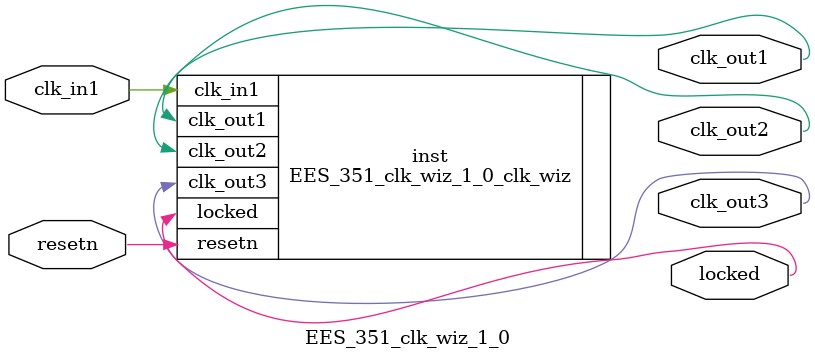
<source format=v>


`timescale 1ps/1ps

(* CORE_GENERATION_INFO = "EES_351_clk_wiz_1_0,clk_wiz_v6_0_2_0_0,{component_name=EES_351_clk_wiz_1_0,use_phase_alignment=true,use_min_o_jitter=false,use_max_i_jitter=false,use_dyn_phase_shift=false,use_inclk_switchover=false,use_dyn_reconfig=false,enable_axi=0,feedback_source=FDBK_AUTO,PRIMITIVE=MMCM,num_out_clk=3,clkin1_period=4.0,clkin2_period=10.0,use_power_down=false,use_reset=true,use_locked=true,use_inclk_stopped=false,feedback_type=SINGLE,CLOCK_MGR_TYPE=NA,manual_override=false}" *)

module EES_351_clk_wiz_1_0 
 (
  // Clock out ports
  output        clk_out1,
  output        clk_out2,
  output        clk_out3,
  // Status and control signals
  input         resetn,
  output        locked,
 // Clock in ports
  input         clk_in1
 );

  EES_351_clk_wiz_1_0_clk_wiz inst
  (
  // Clock out ports  
  .clk_out1(clk_out1),
  .clk_out2(clk_out2),
  .clk_out3(clk_out3),
  // Status and control signals               
  .resetn(resetn), 
  .locked(locked),
 // Clock in ports
  .clk_in1(clk_in1)
  );

endmodule

</source>
